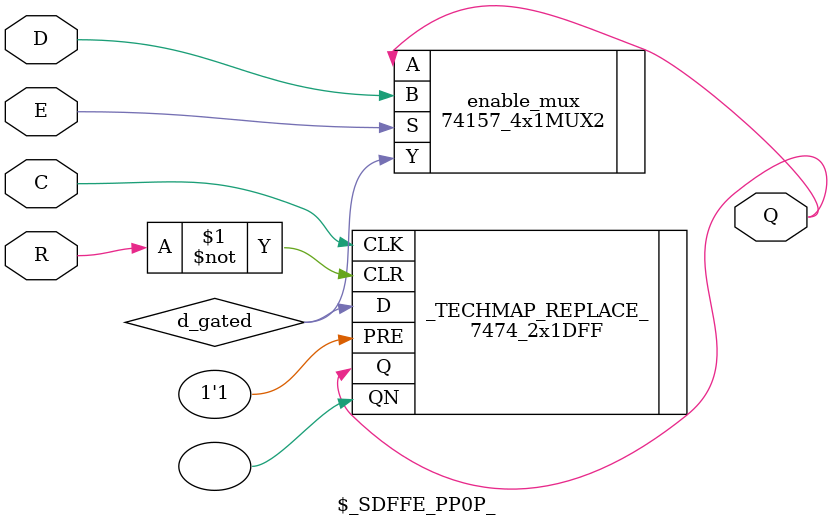
<source format=v>

module \$_SDFFE_PP0P_ (input C, input D, input R, input E, output Q);
  wire _TECHMAP_FAIL_ = 0;
  wire d_gated;
  
  // Enable logic: D_out = E ? D : Q (hold current value when not enabled)
  \74157_4x1MUX2  enable_mux (
    .A(Q),     // When E=0, keep current value
    .B(D),     // When E=1, use new D input
    .S(E),     // Enable signal as select
    .Y(d_gated)
  );
  
  // Main flip-flop with reset capability
  \7474_2x1DFF  _TECHMAP_REPLACE_ (
    .CLK(C), 
    .D(d_gated), 
    .CLR(~R),     // Active-low clear (R=1 means reset)
    .PRE(1'b1),   // No preset (tie high)
    .Q(Q),
    .QN()         // Unused inverted output
  );
endmodule

</source>
